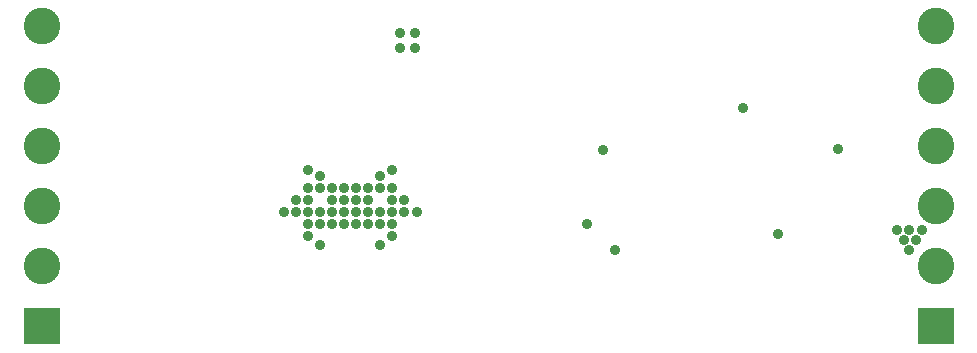
<source format=gbr>
%TF.GenerationSoftware,KiCad,Pcbnew,(5.1.6)-1*%
%TF.CreationDate,2020-11-12T09:23:23-07:00*%
%TF.ProjectId,WhiteJewel,57686974-654a-4657-9765-6c2e6b696361,rev?*%
%TF.SameCoordinates,Original*%
%TF.FileFunction,Soldermask,Bot*%
%TF.FilePolarity,Negative*%
%FSLAX46Y46*%
G04 Gerber Fmt 4.6, Leading zero omitted, Abs format (unit mm)*
G04 Created by KiCad (PCBNEW (5.1.6)-1) date 2020-11-12 09:23:23*
%MOMM*%
%LPD*%
G01*
G04 APERTURE LIST*
%ADD10C,3.100000*%
%ADD11R,3.100000X3.100000*%
%ADD12C,0.900000*%
G04 APERTURE END LIST*
D10*
%TO.C,J1*%
X183388000Y-93980000D03*
X183388000Y-88900000D03*
D11*
X183388000Y-99060000D03*
D10*
X183388000Y-83820000D03*
X183388000Y-78740000D03*
X183388000Y-73660000D03*
%TD*%
%TO.C,J2*%
X107696000Y-73660000D03*
X107696000Y-78740000D03*
X107696000Y-83820000D03*
D11*
X107696000Y-99060000D03*
D10*
X107696000Y-88900000D03*
X107696000Y-93980000D03*
%TD*%
D12*
X156235400Y-92608400D03*
X155270200Y-84150200D03*
X175107600Y-84023200D03*
X180136800Y-90906600D03*
X182219600Y-90881200D03*
X181711600Y-91770200D03*
X180695600Y-91795600D03*
X181178200Y-92633800D03*
X181178200Y-90881200D03*
X130276600Y-85852000D03*
X131292600Y-86360000D03*
X131292600Y-87376000D03*
X130276600Y-87376000D03*
X132308600Y-87376000D03*
X133324600Y-87376000D03*
X134340600Y-87376000D03*
X135356600Y-87376000D03*
X136372600Y-87376000D03*
X137388600Y-87376000D03*
X136372600Y-86360000D03*
X137388600Y-85852000D03*
X130276600Y-88392000D03*
X130276600Y-89408000D03*
X130276600Y-90424000D03*
X130276600Y-91440000D03*
X137388600Y-88392000D03*
X137388600Y-89408000D03*
X137388600Y-90424000D03*
X137388600Y-91440000D03*
X131292600Y-90424000D03*
X131292600Y-92202000D03*
X136372600Y-90424000D03*
X136372600Y-92202000D03*
X132308600Y-90424000D03*
X133324600Y-90424000D03*
X134340600Y-90424000D03*
X135356600Y-90424000D03*
X129260600Y-89408000D03*
X128244600Y-89408000D03*
X129260600Y-88392000D03*
X138404600Y-88392000D03*
X138404600Y-89408000D03*
X139496800Y-89408000D03*
X131292600Y-89408000D03*
X132308600Y-89408000D03*
X133324600Y-89408000D03*
X134340600Y-89408000D03*
X135356600Y-89408000D03*
X136372600Y-89408000D03*
X132308600Y-88392000D03*
X133324600Y-88392000D03*
X134340600Y-88392000D03*
X135356600Y-88392000D03*
X138023600Y-74218800D03*
X138023600Y-75488800D03*
X139293600Y-75488800D03*
X139293600Y-74218800D03*
X167055800Y-80543400D03*
X170078400Y-91262200D03*
X153847800Y-90424000D03*
M02*

</source>
